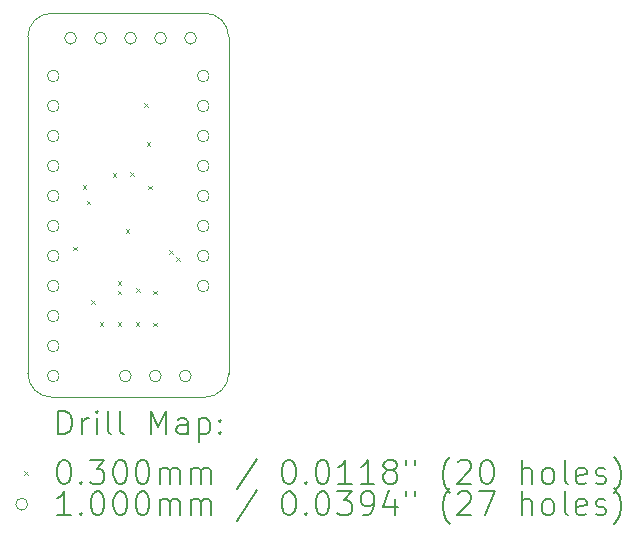
<source format=gbr>
%TF.GenerationSoftware,KiCad,Pcbnew,8.0.6*%
%TF.CreationDate,2024-11-24T13:17:59-08:00*%
%TF.ProjectId,pic32_breakout,70696333-325f-4627-9265-616b6f75742e,rev?*%
%TF.SameCoordinates,Original*%
%TF.FileFunction,Drillmap*%
%TF.FilePolarity,Positive*%
%FSLAX45Y45*%
G04 Gerber Fmt 4.5, Leading zero omitted, Abs format (unit mm)*
G04 Created by KiCad (PCBNEW 8.0.6) date 2024-11-24 13:17:59*
%MOMM*%
%LPD*%
G01*
G04 APERTURE LIST*
%ADD10C,0.050000*%
%ADD11C,0.200000*%
%ADD12C,0.100000*%
G04 APERTURE END LIST*
D10*
X11484980Y-7169760D02*
X11484980Y-10019760D01*
X9984980Y-6969760D02*
X11284980Y-6969760D01*
X9784980Y-10019760D02*
X9784980Y-7169760D01*
X11284980Y-10219760D02*
X9984980Y-10219760D01*
X9984980Y-10219760D02*
G75*
G02*
X9784980Y-10019760I0J200000D01*
G01*
X11484980Y-10019760D02*
G75*
G02*
X11284980Y-10219760I-200000J0D01*
G01*
X11284980Y-6969760D02*
G75*
G02*
X11484980Y-7169760I0J-200000D01*
G01*
X9784980Y-7169760D02*
G75*
G02*
X9984980Y-6969760I200000J0D01*
G01*
D11*
D12*
X10170400Y-8946120D02*
X10200400Y-8976120D01*
X10200400Y-8946120D02*
X10170400Y-8976120D01*
X10250085Y-8427015D02*
X10280085Y-8457015D01*
X10280085Y-8427015D02*
X10250085Y-8457015D01*
X10284700Y-8557500D02*
X10314700Y-8587500D01*
X10314700Y-8557500D02*
X10284700Y-8587500D01*
X10319300Y-9398757D02*
X10349300Y-9428757D01*
X10349300Y-9398757D02*
X10319300Y-9428757D01*
X10393920Y-9586200D02*
X10423920Y-9616200D01*
X10423920Y-9586200D02*
X10393920Y-9616200D01*
X10504927Y-8324573D02*
X10534927Y-8354573D01*
X10534927Y-8324573D02*
X10504927Y-8354573D01*
X10545050Y-9236950D02*
X10575050Y-9266950D01*
X10575050Y-9236950D02*
X10545050Y-9266950D01*
X10546320Y-9316960D02*
X10576320Y-9346960D01*
X10576320Y-9316960D02*
X10546320Y-9346960D01*
X10546320Y-9586200D02*
X10576320Y-9616200D01*
X10576320Y-9586200D02*
X10546320Y-9616200D01*
X10614900Y-8798800D02*
X10644900Y-8828800D01*
X10644900Y-8798800D02*
X10614900Y-8828800D01*
X10653000Y-8316200D02*
X10683000Y-8346200D01*
X10683000Y-8316200D02*
X10653000Y-8346200D01*
X10698720Y-9586200D02*
X10728720Y-9616200D01*
X10728720Y-9586200D02*
X10698720Y-9616200D01*
X10703800Y-9296640D02*
X10733800Y-9326640D01*
X10733800Y-9296640D02*
X10703800Y-9326640D01*
X10769840Y-7732000D02*
X10799840Y-7762000D01*
X10799840Y-7732000D02*
X10769840Y-7762000D01*
X10792700Y-8062200D02*
X10822700Y-8092200D01*
X10822700Y-8062200D02*
X10792700Y-8092200D01*
X10805400Y-8430500D02*
X10835400Y-8460500D01*
X10835400Y-8430500D02*
X10805400Y-8460500D01*
X10846040Y-9316960D02*
X10876040Y-9346960D01*
X10876040Y-9316960D02*
X10846040Y-9346960D01*
X10846040Y-9591280D02*
X10876040Y-9621280D01*
X10876040Y-9591280D02*
X10846040Y-9621280D01*
X10983200Y-8976600D02*
X11013200Y-9006600D01*
X11013200Y-8976600D02*
X10983200Y-9006600D01*
X11043200Y-9036122D02*
X11073200Y-9066122D01*
X11073200Y-9036122D02*
X11043200Y-9066122D01*
X10050000Y-7500000D02*
G75*
G02*
X9950000Y-7500000I-50000J0D01*
G01*
X9950000Y-7500000D02*
G75*
G02*
X10050000Y-7500000I50000J0D01*
G01*
X10050000Y-7754000D02*
G75*
G02*
X9950000Y-7754000I-50000J0D01*
G01*
X9950000Y-7754000D02*
G75*
G02*
X10050000Y-7754000I50000J0D01*
G01*
X10050000Y-8008000D02*
G75*
G02*
X9950000Y-8008000I-50000J0D01*
G01*
X9950000Y-8008000D02*
G75*
G02*
X10050000Y-8008000I50000J0D01*
G01*
X10050000Y-8262000D02*
G75*
G02*
X9950000Y-8262000I-50000J0D01*
G01*
X9950000Y-8262000D02*
G75*
G02*
X10050000Y-8262000I50000J0D01*
G01*
X10050000Y-8516000D02*
G75*
G02*
X9950000Y-8516000I-50000J0D01*
G01*
X9950000Y-8516000D02*
G75*
G02*
X10050000Y-8516000I50000J0D01*
G01*
X10050000Y-8770000D02*
G75*
G02*
X9950000Y-8770000I-50000J0D01*
G01*
X9950000Y-8770000D02*
G75*
G02*
X10050000Y-8770000I50000J0D01*
G01*
X10050000Y-9024000D02*
G75*
G02*
X9950000Y-9024000I-50000J0D01*
G01*
X9950000Y-9024000D02*
G75*
G02*
X10050000Y-9024000I50000J0D01*
G01*
X10050000Y-9278000D02*
G75*
G02*
X9950000Y-9278000I-50000J0D01*
G01*
X9950000Y-9278000D02*
G75*
G02*
X10050000Y-9278000I50000J0D01*
G01*
X10050000Y-9532000D02*
G75*
G02*
X9950000Y-9532000I-50000J0D01*
G01*
X9950000Y-9532000D02*
G75*
G02*
X10050000Y-9532000I50000J0D01*
G01*
X10050000Y-9786000D02*
G75*
G02*
X9950000Y-9786000I-50000J0D01*
G01*
X9950000Y-9786000D02*
G75*
G02*
X10050000Y-9786000I50000J0D01*
G01*
X10050000Y-10040000D02*
G75*
G02*
X9950000Y-10040000I-50000J0D01*
G01*
X9950000Y-10040000D02*
G75*
G02*
X10050000Y-10040000I50000J0D01*
G01*
X10196000Y-7180000D02*
G75*
G02*
X10096000Y-7180000I-50000J0D01*
G01*
X10096000Y-7180000D02*
G75*
G02*
X10196000Y-7180000I50000J0D01*
G01*
X10450000Y-7180000D02*
G75*
G02*
X10350000Y-7180000I-50000J0D01*
G01*
X10350000Y-7180000D02*
G75*
G02*
X10450000Y-7180000I50000J0D01*
G01*
X10660000Y-10040000D02*
G75*
G02*
X10560000Y-10040000I-50000J0D01*
G01*
X10560000Y-10040000D02*
G75*
G02*
X10660000Y-10040000I50000J0D01*
G01*
X10704000Y-7180000D02*
G75*
G02*
X10604000Y-7180000I-50000J0D01*
G01*
X10604000Y-7180000D02*
G75*
G02*
X10704000Y-7180000I50000J0D01*
G01*
X10914000Y-10040000D02*
G75*
G02*
X10814000Y-10040000I-50000J0D01*
G01*
X10814000Y-10040000D02*
G75*
G02*
X10914000Y-10040000I50000J0D01*
G01*
X10958000Y-7180000D02*
G75*
G02*
X10858000Y-7180000I-50000J0D01*
G01*
X10858000Y-7180000D02*
G75*
G02*
X10958000Y-7180000I50000J0D01*
G01*
X11168000Y-10040000D02*
G75*
G02*
X11068000Y-10040000I-50000J0D01*
G01*
X11068000Y-10040000D02*
G75*
G02*
X11168000Y-10040000I50000J0D01*
G01*
X11212000Y-7180000D02*
G75*
G02*
X11112000Y-7180000I-50000J0D01*
G01*
X11112000Y-7180000D02*
G75*
G02*
X11212000Y-7180000I50000J0D01*
G01*
X11320000Y-7500000D02*
G75*
G02*
X11220000Y-7500000I-50000J0D01*
G01*
X11220000Y-7500000D02*
G75*
G02*
X11320000Y-7500000I50000J0D01*
G01*
X11320000Y-7754000D02*
G75*
G02*
X11220000Y-7754000I-50000J0D01*
G01*
X11220000Y-7754000D02*
G75*
G02*
X11320000Y-7754000I50000J0D01*
G01*
X11320000Y-8008000D02*
G75*
G02*
X11220000Y-8008000I-50000J0D01*
G01*
X11220000Y-8008000D02*
G75*
G02*
X11320000Y-8008000I50000J0D01*
G01*
X11320000Y-8262000D02*
G75*
G02*
X11220000Y-8262000I-50000J0D01*
G01*
X11220000Y-8262000D02*
G75*
G02*
X11320000Y-8262000I50000J0D01*
G01*
X11320000Y-8516000D02*
G75*
G02*
X11220000Y-8516000I-50000J0D01*
G01*
X11220000Y-8516000D02*
G75*
G02*
X11320000Y-8516000I50000J0D01*
G01*
X11320000Y-8770000D02*
G75*
G02*
X11220000Y-8770000I-50000J0D01*
G01*
X11220000Y-8770000D02*
G75*
G02*
X11320000Y-8770000I50000J0D01*
G01*
X11320000Y-9024000D02*
G75*
G02*
X11220000Y-9024000I-50000J0D01*
G01*
X11220000Y-9024000D02*
G75*
G02*
X11320000Y-9024000I50000J0D01*
G01*
X11320000Y-9278000D02*
G75*
G02*
X11220000Y-9278000I-50000J0D01*
G01*
X11220000Y-9278000D02*
G75*
G02*
X11320000Y-9278000I50000J0D01*
G01*
D11*
X10043257Y-10533744D02*
X10043257Y-10333744D01*
X10043257Y-10333744D02*
X10090876Y-10333744D01*
X10090876Y-10333744D02*
X10119447Y-10343268D01*
X10119447Y-10343268D02*
X10138495Y-10362315D01*
X10138495Y-10362315D02*
X10148019Y-10381363D01*
X10148019Y-10381363D02*
X10157543Y-10419458D01*
X10157543Y-10419458D02*
X10157543Y-10448030D01*
X10157543Y-10448030D02*
X10148019Y-10486125D01*
X10148019Y-10486125D02*
X10138495Y-10505172D01*
X10138495Y-10505172D02*
X10119447Y-10524220D01*
X10119447Y-10524220D02*
X10090876Y-10533744D01*
X10090876Y-10533744D02*
X10043257Y-10533744D01*
X10243257Y-10533744D02*
X10243257Y-10400410D01*
X10243257Y-10438506D02*
X10252781Y-10419458D01*
X10252781Y-10419458D02*
X10262304Y-10409934D01*
X10262304Y-10409934D02*
X10281352Y-10400410D01*
X10281352Y-10400410D02*
X10300400Y-10400410D01*
X10367066Y-10533744D02*
X10367066Y-10400410D01*
X10367066Y-10333744D02*
X10357543Y-10343268D01*
X10357543Y-10343268D02*
X10367066Y-10352791D01*
X10367066Y-10352791D02*
X10376590Y-10343268D01*
X10376590Y-10343268D02*
X10367066Y-10333744D01*
X10367066Y-10333744D02*
X10367066Y-10352791D01*
X10490876Y-10533744D02*
X10471828Y-10524220D01*
X10471828Y-10524220D02*
X10462304Y-10505172D01*
X10462304Y-10505172D02*
X10462304Y-10333744D01*
X10595638Y-10533744D02*
X10576590Y-10524220D01*
X10576590Y-10524220D02*
X10567066Y-10505172D01*
X10567066Y-10505172D02*
X10567066Y-10333744D01*
X10824209Y-10533744D02*
X10824209Y-10333744D01*
X10824209Y-10333744D02*
X10890876Y-10476601D01*
X10890876Y-10476601D02*
X10957543Y-10333744D01*
X10957543Y-10333744D02*
X10957543Y-10533744D01*
X11138495Y-10533744D02*
X11138495Y-10428982D01*
X11138495Y-10428982D02*
X11128971Y-10409934D01*
X11128971Y-10409934D02*
X11109924Y-10400410D01*
X11109924Y-10400410D02*
X11071828Y-10400410D01*
X11071828Y-10400410D02*
X11052781Y-10409934D01*
X11138495Y-10524220D02*
X11119447Y-10533744D01*
X11119447Y-10533744D02*
X11071828Y-10533744D01*
X11071828Y-10533744D02*
X11052781Y-10524220D01*
X11052781Y-10524220D02*
X11043257Y-10505172D01*
X11043257Y-10505172D02*
X11043257Y-10486125D01*
X11043257Y-10486125D02*
X11052781Y-10467077D01*
X11052781Y-10467077D02*
X11071828Y-10457553D01*
X11071828Y-10457553D02*
X11119447Y-10457553D01*
X11119447Y-10457553D02*
X11138495Y-10448030D01*
X11233733Y-10400410D02*
X11233733Y-10600410D01*
X11233733Y-10409934D02*
X11252781Y-10400410D01*
X11252781Y-10400410D02*
X11290876Y-10400410D01*
X11290876Y-10400410D02*
X11309923Y-10409934D01*
X11309923Y-10409934D02*
X11319447Y-10419458D01*
X11319447Y-10419458D02*
X11328971Y-10438506D01*
X11328971Y-10438506D02*
X11328971Y-10495649D01*
X11328971Y-10495649D02*
X11319447Y-10514696D01*
X11319447Y-10514696D02*
X11309923Y-10524220D01*
X11309923Y-10524220D02*
X11290876Y-10533744D01*
X11290876Y-10533744D02*
X11252781Y-10533744D01*
X11252781Y-10533744D02*
X11233733Y-10524220D01*
X11414685Y-10514696D02*
X11424209Y-10524220D01*
X11424209Y-10524220D02*
X11414685Y-10533744D01*
X11414685Y-10533744D02*
X11405162Y-10524220D01*
X11405162Y-10524220D02*
X11414685Y-10514696D01*
X11414685Y-10514696D02*
X11414685Y-10533744D01*
X11414685Y-10409934D02*
X11424209Y-10419458D01*
X11424209Y-10419458D02*
X11414685Y-10428982D01*
X11414685Y-10428982D02*
X11405162Y-10419458D01*
X11405162Y-10419458D02*
X11414685Y-10409934D01*
X11414685Y-10409934D02*
X11414685Y-10428982D01*
D12*
X9752480Y-10847260D02*
X9782480Y-10877260D01*
X9782480Y-10847260D02*
X9752480Y-10877260D01*
D11*
X10081352Y-10753744D02*
X10100400Y-10753744D01*
X10100400Y-10753744D02*
X10119447Y-10763268D01*
X10119447Y-10763268D02*
X10128971Y-10772791D01*
X10128971Y-10772791D02*
X10138495Y-10791839D01*
X10138495Y-10791839D02*
X10148019Y-10829934D01*
X10148019Y-10829934D02*
X10148019Y-10877553D01*
X10148019Y-10877553D02*
X10138495Y-10915649D01*
X10138495Y-10915649D02*
X10128971Y-10934696D01*
X10128971Y-10934696D02*
X10119447Y-10944220D01*
X10119447Y-10944220D02*
X10100400Y-10953744D01*
X10100400Y-10953744D02*
X10081352Y-10953744D01*
X10081352Y-10953744D02*
X10062304Y-10944220D01*
X10062304Y-10944220D02*
X10052781Y-10934696D01*
X10052781Y-10934696D02*
X10043257Y-10915649D01*
X10043257Y-10915649D02*
X10033733Y-10877553D01*
X10033733Y-10877553D02*
X10033733Y-10829934D01*
X10033733Y-10829934D02*
X10043257Y-10791839D01*
X10043257Y-10791839D02*
X10052781Y-10772791D01*
X10052781Y-10772791D02*
X10062304Y-10763268D01*
X10062304Y-10763268D02*
X10081352Y-10753744D01*
X10233733Y-10934696D02*
X10243257Y-10944220D01*
X10243257Y-10944220D02*
X10233733Y-10953744D01*
X10233733Y-10953744D02*
X10224209Y-10944220D01*
X10224209Y-10944220D02*
X10233733Y-10934696D01*
X10233733Y-10934696D02*
X10233733Y-10953744D01*
X10309924Y-10753744D02*
X10433733Y-10753744D01*
X10433733Y-10753744D02*
X10367066Y-10829934D01*
X10367066Y-10829934D02*
X10395638Y-10829934D01*
X10395638Y-10829934D02*
X10414685Y-10839458D01*
X10414685Y-10839458D02*
X10424209Y-10848982D01*
X10424209Y-10848982D02*
X10433733Y-10868030D01*
X10433733Y-10868030D02*
X10433733Y-10915649D01*
X10433733Y-10915649D02*
X10424209Y-10934696D01*
X10424209Y-10934696D02*
X10414685Y-10944220D01*
X10414685Y-10944220D02*
X10395638Y-10953744D01*
X10395638Y-10953744D02*
X10338495Y-10953744D01*
X10338495Y-10953744D02*
X10319447Y-10944220D01*
X10319447Y-10944220D02*
X10309924Y-10934696D01*
X10557543Y-10753744D02*
X10576590Y-10753744D01*
X10576590Y-10753744D02*
X10595638Y-10763268D01*
X10595638Y-10763268D02*
X10605162Y-10772791D01*
X10605162Y-10772791D02*
X10614685Y-10791839D01*
X10614685Y-10791839D02*
X10624209Y-10829934D01*
X10624209Y-10829934D02*
X10624209Y-10877553D01*
X10624209Y-10877553D02*
X10614685Y-10915649D01*
X10614685Y-10915649D02*
X10605162Y-10934696D01*
X10605162Y-10934696D02*
X10595638Y-10944220D01*
X10595638Y-10944220D02*
X10576590Y-10953744D01*
X10576590Y-10953744D02*
X10557543Y-10953744D01*
X10557543Y-10953744D02*
X10538495Y-10944220D01*
X10538495Y-10944220D02*
X10528971Y-10934696D01*
X10528971Y-10934696D02*
X10519447Y-10915649D01*
X10519447Y-10915649D02*
X10509924Y-10877553D01*
X10509924Y-10877553D02*
X10509924Y-10829934D01*
X10509924Y-10829934D02*
X10519447Y-10791839D01*
X10519447Y-10791839D02*
X10528971Y-10772791D01*
X10528971Y-10772791D02*
X10538495Y-10763268D01*
X10538495Y-10763268D02*
X10557543Y-10753744D01*
X10748019Y-10753744D02*
X10767066Y-10753744D01*
X10767066Y-10753744D02*
X10786114Y-10763268D01*
X10786114Y-10763268D02*
X10795638Y-10772791D01*
X10795638Y-10772791D02*
X10805162Y-10791839D01*
X10805162Y-10791839D02*
X10814685Y-10829934D01*
X10814685Y-10829934D02*
X10814685Y-10877553D01*
X10814685Y-10877553D02*
X10805162Y-10915649D01*
X10805162Y-10915649D02*
X10795638Y-10934696D01*
X10795638Y-10934696D02*
X10786114Y-10944220D01*
X10786114Y-10944220D02*
X10767066Y-10953744D01*
X10767066Y-10953744D02*
X10748019Y-10953744D01*
X10748019Y-10953744D02*
X10728971Y-10944220D01*
X10728971Y-10944220D02*
X10719447Y-10934696D01*
X10719447Y-10934696D02*
X10709924Y-10915649D01*
X10709924Y-10915649D02*
X10700400Y-10877553D01*
X10700400Y-10877553D02*
X10700400Y-10829934D01*
X10700400Y-10829934D02*
X10709924Y-10791839D01*
X10709924Y-10791839D02*
X10719447Y-10772791D01*
X10719447Y-10772791D02*
X10728971Y-10763268D01*
X10728971Y-10763268D02*
X10748019Y-10753744D01*
X10900400Y-10953744D02*
X10900400Y-10820410D01*
X10900400Y-10839458D02*
X10909924Y-10829934D01*
X10909924Y-10829934D02*
X10928971Y-10820410D01*
X10928971Y-10820410D02*
X10957543Y-10820410D01*
X10957543Y-10820410D02*
X10976590Y-10829934D01*
X10976590Y-10829934D02*
X10986114Y-10848982D01*
X10986114Y-10848982D02*
X10986114Y-10953744D01*
X10986114Y-10848982D02*
X10995638Y-10829934D01*
X10995638Y-10829934D02*
X11014685Y-10820410D01*
X11014685Y-10820410D02*
X11043257Y-10820410D01*
X11043257Y-10820410D02*
X11062305Y-10829934D01*
X11062305Y-10829934D02*
X11071828Y-10848982D01*
X11071828Y-10848982D02*
X11071828Y-10953744D01*
X11167066Y-10953744D02*
X11167066Y-10820410D01*
X11167066Y-10839458D02*
X11176590Y-10829934D01*
X11176590Y-10829934D02*
X11195638Y-10820410D01*
X11195638Y-10820410D02*
X11224209Y-10820410D01*
X11224209Y-10820410D02*
X11243257Y-10829934D01*
X11243257Y-10829934D02*
X11252781Y-10848982D01*
X11252781Y-10848982D02*
X11252781Y-10953744D01*
X11252781Y-10848982D02*
X11262304Y-10829934D01*
X11262304Y-10829934D02*
X11281352Y-10820410D01*
X11281352Y-10820410D02*
X11309923Y-10820410D01*
X11309923Y-10820410D02*
X11328971Y-10829934D01*
X11328971Y-10829934D02*
X11338495Y-10848982D01*
X11338495Y-10848982D02*
X11338495Y-10953744D01*
X11728971Y-10744220D02*
X11557543Y-11001363D01*
X11986114Y-10753744D02*
X12005162Y-10753744D01*
X12005162Y-10753744D02*
X12024209Y-10763268D01*
X12024209Y-10763268D02*
X12033733Y-10772791D01*
X12033733Y-10772791D02*
X12043257Y-10791839D01*
X12043257Y-10791839D02*
X12052781Y-10829934D01*
X12052781Y-10829934D02*
X12052781Y-10877553D01*
X12052781Y-10877553D02*
X12043257Y-10915649D01*
X12043257Y-10915649D02*
X12033733Y-10934696D01*
X12033733Y-10934696D02*
X12024209Y-10944220D01*
X12024209Y-10944220D02*
X12005162Y-10953744D01*
X12005162Y-10953744D02*
X11986114Y-10953744D01*
X11986114Y-10953744D02*
X11967066Y-10944220D01*
X11967066Y-10944220D02*
X11957543Y-10934696D01*
X11957543Y-10934696D02*
X11948019Y-10915649D01*
X11948019Y-10915649D02*
X11938495Y-10877553D01*
X11938495Y-10877553D02*
X11938495Y-10829934D01*
X11938495Y-10829934D02*
X11948019Y-10791839D01*
X11948019Y-10791839D02*
X11957543Y-10772791D01*
X11957543Y-10772791D02*
X11967066Y-10763268D01*
X11967066Y-10763268D02*
X11986114Y-10753744D01*
X12138495Y-10934696D02*
X12148019Y-10944220D01*
X12148019Y-10944220D02*
X12138495Y-10953744D01*
X12138495Y-10953744D02*
X12128971Y-10944220D01*
X12128971Y-10944220D02*
X12138495Y-10934696D01*
X12138495Y-10934696D02*
X12138495Y-10953744D01*
X12271828Y-10753744D02*
X12290876Y-10753744D01*
X12290876Y-10753744D02*
X12309924Y-10763268D01*
X12309924Y-10763268D02*
X12319447Y-10772791D01*
X12319447Y-10772791D02*
X12328971Y-10791839D01*
X12328971Y-10791839D02*
X12338495Y-10829934D01*
X12338495Y-10829934D02*
X12338495Y-10877553D01*
X12338495Y-10877553D02*
X12328971Y-10915649D01*
X12328971Y-10915649D02*
X12319447Y-10934696D01*
X12319447Y-10934696D02*
X12309924Y-10944220D01*
X12309924Y-10944220D02*
X12290876Y-10953744D01*
X12290876Y-10953744D02*
X12271828Y-10953744D01*
X12271828Y-10953744D02*
X12252781Y-10944220D01*
X12252781Y-10944220D02*
X12243257Y-10934696D01*
X12243257Y-10934696D02*
X12233733Y-10915649D01*
X12233733Y-10915649D02*
X12224209Y-10877553D01*
X12224209Y-10877553D02*
X12224209Y-10829934D01*
X12224209Y-10829934D02*
X12233733Y-10791839D01*
X12233733Y-10791839D02*
X12243257Y-10772791D01*
X12243257Y-10772791D02*
X12252781Y-10763268D01*
X12252781Y-10763268D02*
X12271828Y-10753744D01*
X12528971Y-10953744D02*
X12414686Y-10953744D01*
X12471828Y-10953744D02*
X12471828Y-10753744D01*
X12471828Y-10753744D02*
X12452781Y-10782315D01*
X12452781Y-10782315D02*
X12433733Y-10801363D01*
X12433733Y-10801363D02*
X12414686Y-10810887D01*
X12719447Y-10953744D02*
X12605162Y-10953744D01*
X12662305Y-10953744D02*
X12662305Y-10753744D01*
X12662305Y-10753744D02*
X12643257Y-10782315D01*
X12643257Y-10782315D02*
X12624209Y-10801363D01*
X12624209Y-10801363D02*
X12605162Y-10810887D01*
X12833733Y-10839458D02*
X12814686Y-10829934D01*
X12814686Y-10829934D02*
X12805162Y-10820410D01*
X12805162Y-10820410D02*
X12795638Y-10801363D01*
X12795638Y-10801363D02*
X12795638Y-10791839D01*
X12795638Y-10791839D02*
X12805162Y-10772791D01*
X12805162Y-10772791D02*
X12814686Y-10763268D01*
X12814686Y-10763268D02*
X12833733Y-10753744D01*
X12833733Y-10753744D02*
X12871828Y-10753744D01*
X12871828Y-10753744D02*
X12890876Y-10763268D01*
X12890876Y-10763268D02*
X12900400Y-10772791D01*
X12900400Y-10772791D02*
X12909924Y-10791839D01*
X12909924Y-10791839D02*
X12909924Y-10801363D01*
X12909924Y-10801363D02*
X12900400Y-10820410D01*
X12900400Y-10820410D02*
X12890876Y-10829934D01*
X12890876Y-10829934D02*
X12871828Y-10839458D01*
X12871828Y-10839458D02*
X12833733Y-10839458D01*
X12833733Y-10839458D02*
X12814686Y-10848982D01*
X12814686Y-10848982D02*
X12805162Y-10858506D01*
X12805162Y-10858506D02*
X12795638Y-10877553D01*
X12795638Y-10877553D02*
X12795638Y-10915649D01*
X12795638Y-10915649D02*
X12805162Y-10934696D01*
X12805162Y-10934696D02*
X12814686Y-10944220D01*
X12814686Y-10944220D02*
X12833733Y-10953744D01*
X12833733Y-10953744D02*
X12871828Y-10953744D01*
X12871828Y-10953744D02*
X12890876Y-10944220D01*
X12890876Y-10944220D02*
X12900400Y-10934696D01*
X12900400Y-10934696D02*
X12909924Y-10915649D01*
X12909924Y-10915649D02*
X12909924Y-10877553D01*
X12909924Y-10877553D02*
X12900400Y-10858506D01*
X12900400Y-10858506D02*
X12890876Y-10848982D01*
X12890876Y-10848982D02*
X12871828Y-10839458D01*
X12986114Y-10753744D02*
X12986114Y-10791839D01*
X13062305Y-10753744D02*
X13062305Y-10791839D01*
X13357543Y-11029934D02*
X13348019Y-11020410D01*
X13348019Y-11020410D02*
X13328971Y-10991839D01*
X13328971Y-10991839D02*
X13319448Y-10972791D01*
X13319448Y-10972791D02*
X13309924Y-10944220D01*
X13309924Y-10944220D02*
X13300400Y-10896601D01*
X13300400Y-10896601D02*
X13300400Y-10858506D01*
X13300400Y-10858506D02*
X13309924Y-10810887D01*
X13309924Y-10810887D02*
X13319448Y-10782315D01*
X13319448Y-10782315D02*
X13328971Y-10763268D01*
X13328971Y-10763268D02*
X13348019Y-10734696D01*
X13348019Y-10734696D02*
X13357543Y-10725172D01*
X13424209Y-10772791D02*
X13433733Y-10763268D01*
X13433733Y-10763268D02*
X13452781Y-10753744D01*
X13452781Y-10753744D02*
X13500400Y-10753744D01*
X13500400Y-10753744D02*
X13519448Y-10763268D01*
X13519448Y-10763268D02*
X13528971Y-10772791D01*
X13528971Y-10772791D02*
X13538495Y-10791839D01*
X13538495Y-10791839D02*
X13538495Y-10810887D01*
X13538495Y-10810887D02*
X13528971Y-10839458D01*
X13528971Y-10839458D02*
X13414686Y-10953744D01*
X13414686Y-10953744D02*
X13538495Y-10953744D01*
X13662305Y-10753744D02*
X13681352Y-10753744D01*
X13681352Y-10753744D02*
X13700400Y-10763268D01*
X13700400Y-10763268D02*
X13709924Y-10772791D01*
X13709924Y-10772791D02*
X13719448Y-10791839D01*
X13719448Y-10791839D02*
X13728971Y-10829934D01*
X13728971Y-10829934D02*
X13728971Y-10877553D01*
X13728971Y-10877553D02*
X13719448Y-10915649D01*
X13719448Y-10915649D02*
X13709924Y-10934696D01*
X13709924Y-10934696D02*
X13700400Y-10944220D01*
X13700400Y-10944220D02*
X13681352Y-10953744D01*
X13681352Y-10953744D02*
X13662305Y-10953744D01*
X13662305Y-10953744D02*
X13643257Y-10944220D01*
X13643257Y-10944220D02*
X13633733Y-10934696D01*
X13633733Y-10934696D02*
X13624209Y-10915649D01*
X13624209Y-10915649D02*
X13614686Y-10877553D01*
X13614686Y-10877553D02*
X13614686Y-10829934D01*
X13614686Y-10829934D02*
X13624209Y-10791839D01*
X13624209Y-10791839D02*
X13633733Y-10772791D01*
X13633733Y-10772791D02*
X13643257Y-10763268D01*
X13643257Y-10763268D02*
X13662305Y-10753744D01*
X13967067Y-10953744D02*
X13967067Y-10753744D01*
X14052781Y-10953744D02*
X14052781Y-10848982D01*
X14052781Y-10848982D02*
X14043257Y-10829934D01*
X14043257Y-10829934D02*
X14024210Y-10820410D01*
X14024210Y-10820410D02*
X13995638Y-10820410D01*
X13995638Y-10820410D02*
X13976590Y-10829934D01*
X13976590Y-10829934D02*
X13967067Y-10839458D01*
X14176590Y-10953744D02*
X14157543Y-10944220D01*
X14157543Y-10944220D02*
X14148019Y-10934696D01*
X14148019Y-10934696D02*
X14138495Y-10915649D01*
X14138495Y-10915649D02*
X14138495Y-10858506D01*
X14138495Y-10858506D02*
X14148019Y-10839458D01*
X14148019Y-10839458D02*
X14157543Y-10829934D01*
X14157543Y-10829934D02*
X14176590Y-10820410D01*
X14176590Y-10820410D02*
X14205162Y-10820410D01*
X14205162Y-10820410D02*
X14224210Y-10829934D01*
X14224210Y-10829934D02*
X14233733Y-10839458D01*
X14233733Y-10839458D02*
X14243257Y-10858506D01*
X14243257Y-10858506D02*
X14243257Y-10915649D01*
X14243257Y-10915649D02*
X14233733Y-10934696D01*
X14233733Y-10934696D02*
X14224210Y-10944220D01*
X14224210Y-10944220D02*
X14205162Y-10953744D01*
X14205162Y-10953744D02*
X14176590Y-10953744D01*
X14357543Y-10953744D02*
X14338495Y-10944220D01*
X14338495Y-10944220D02*
X14328971Y-10925172D01*
X14328971Y-10925172D02*
X14328971Y-10753744D01*
X14509924Y-10944220D02*
X14490876Y-10953744D01*
X14490876Y-10953744D02*
X14452781Y-10953744D01*
X14452781Y-10953744D02*
X14433733Y-10944220D01*
X14433733Y-10944220D02*
X14424210Y-10925172D01*
X14424210Y-10925172D02*
X14424210Y-10848982D01*
X14424210Y-10848982D02*
X14433733Y-10829934D01*
X14433733Y-10829934D02*
X14452781Y-10820410D01*
X14452781Y-10820410D02*
X14490876Y-10820410D01*
X14490876Y-10820410D02*
X14509924Y-10829934D01*
X14509924Y-10829934D02*
X14519448Y-10848982D01*
X14519448Y-10848982D02*
X14519448Y-10868030D01*
X14519448Y-10868030D02*
X14424210Y-10887077D01*
X14595638Y-10944220D02*
X14614686Y-10953744D01*
X14614686Y-10953744D02*
X14652781Y-10953744D01*
X14652781Y-10953744D02*
X14671829Y-10944220D01*
X14671829Y-10944220D02*
X14681352Y-10925172D01*
X14681352Y-10925172D02*
X14681352Y-10915649D01*
X14681352Y-10915649D02*
X14671829Y-10896601D01*
X14671829Y-10896601D02*
X14652781Y-10887077D01*
X14652781Y-10887077D02*
X14624210Y-10887077D01*
X14624210Y-10887077D02*
X14605162Y-10877553D01*
X14605162Y-10877553D02*
X14595638Y-10858506D01*
X14595638Y-10858506D02*
X14595638Y-10848982D01*
X14595638Y-10848982D02*
X14605162Y-10829934D01*
X14605162Y-10829934D02*
X14624210Y-10820410D01*
X14624210Y-10820410D02*
X14652781Y-10820410D01*
X14652781Y-10820410D02*
X14671829Y-10829934D01*
X14748019Y-11029934D02*
X14757543Y-11020410D01*
X14757543Y-11020410D02*
X14776591Y-10991839D01*
X14776591Y-10991839D02*
X14786114Y-10972791D01*
X14786114Y-10972791D02*
X14795638Y-10944220D01*
X14795638Y-10944220D02*
X14805162Y-10896601D01*
X14805162Y-10896601D02*
X14805162Y-10858506D01*
X14805162Y-10858506D02*
X14795638Y-10810887D01*
X14795638Y-10810887D02*
X14786114Y-10782315D01*
X14786114Y-10782315D02*
X14776591Y-10763268D01*
X14776591Y-10763268D02*
X14757543Y-10734696D01*
X14757543Y-10734696D02*
X14748019Y-10725172D01*
D12*
X9782480Y-11126260D02*
G75*
G02*
X9682480Y-11126260I-50000J0D01*
G01*
X9682480Y-11126260D02*
G75*
G02*
X9782480Y-11126260I50000J0D01*
G01*
D11*
X10148019Y-11217744D02*
X10033733Y-11217744D01*
X10090876Y-11217744D02*
X10090876Y-11017744D01*
X10090876Y-11017744D02*
X10071828Y-11046315D01*
X10071828Y-11046315D02*
X10052781Y-11065363D01*
X10052781Y-11065363D02*
X10033733Y-11074887D01*
X10233733Y-11198696D02*
X10243257Y-11208220D01*
X10243257Y-11208220D02*
X10233733Y-11217744D01*
X10233733Y-11217744D02*
X10224209Y-11208220D01*
X10224209Y-11208220D02*
X10233733Y-11198696D01*
X10233733Y-11198696D02*
X10233733Y-11217744D01*
X10367066Y-11017744D02*
X10386114Y-11017744D01*
X10386114Y-11017744D02*
X10405162Y-11027268D01*
X10405162Y-11027268D02*
X10414685Y-11036791D01*
X10414685Y-11036791D02*
X10424209Y-11055839D01*
X10424209Y-11055839D02*
X10433733Y-11093934D01*
X10433733Y-11093934D02*
X10433733Y-11141553D01*
X10433733Y-11141553D02*
X10424209Y-11179649D01*
X10424209Y-11179649D02*
X10414685Y-11198696D01*
X10414685Y-11198696D02*
X10405162Y-11208220D01*
X10405162Y-11208220D02*
X10386114Y-11217744D01*
X10386114Y-11217744D02*
X10367066Y-11217744D01*
X10367066Y-11217744D02*
X10348019Y-11208220D01*
X10348019Y-11208220D02*
X10338495Y-11198696D01*
X10338495Y-11198696D02*
X10328971Y-11179649D01*
X10328971Y-11179649D02*
X10319447Y-11141553D01*
X10319447Y-11141553D02*
X10319447Y-11093934D01*
X10319447Y-11093934D02*
X10328971Y-11055839D01*
X10328971Y-11055839D02*
X10338495Y-11036791D01*
X10338495Y-11036791D02*
X10348019Y-11027268D01*
X10348019Y-11027268D02*
X10367066Y-11017744D01*
X10557543Y-11017744D02*
X10576590Y-11017744D01*
X10576590Y-11017744D02*
X10595638Y-11027268D01*
X10595638Y-11027268D02*
X10605162Y-11036791D01*
X10605162Y-11036791D02*
X10614685Y-11055839D01*
X10614685Y-11055839D02*
X10624209Y-11093934D01*
X10624209Y-11093934D02*
X10624209Y-11141553D01*
X10624209Y-11141553D02*
X10614685Y-11179649D01*
X10614685Y-11179649D02*
X10605162Y-11198696D01*
X10605162Y-11198696D02*
X10595638Y-11208220D01*
X10595638Y-11208220D02*
X10576590Y-11217744D01*
X10576590Y-11217744D02*
X10557543Y-11217744D01*
X10557543Y-11217744D02*
X10538495Y-11208220D01*
X10538495Y-11208220D02*
X10528971Y-11198696D01*
X10528971Y-11198696D02*
X10519447Y-11179649D01*
X10519447Y-11179649D02*
X10509924Y-11141553D01*
X10509924Y-11141553D02*
X10509924Y-11093934D01*
X10509924Y-11093934D02*
X10519447Y-11055839D01*
X10519447Y-11055839D02*
X10528971Y-11036791D01*
X10528971Y-11036791D02*
X10538495Y-11027268D01*
X10538495Y-11027268D02*
X10557543Y-11017744D01*
X10748019Y-11017744D02*
X10767066Y-11017744D01*
X10767066Y-11017744D02*
X10786114Y-11027268D01*
X10786114Y-11027268D02*
X10795638Y-11036791D01*
X10795638Y-11036791D02*
X10805162Y-11055839D01*
X10805162Y-11055839D02*
X10814685Y-11093934D01*
X10814685Y-11093934D02*
X10814685Y-11141553D01*
X10814685Y-11141553D02*
X10805162Y-11179649D01*
X10805162Y-11179649D02*
X10795638Y-11198696D01*
X10795638Y-11198696D02*
X10786114Y-11208220D01*
X10786114Y-11208220D02*
X10767066Y-11217744D01*
X10767066Y-11217744D02*
X10748019Y-11217744D01*
X10748019Y-11217744D02*
X10728971Y-11208220D01*
X10728971Y-11208220D02*
X10719447Y-11198696D01*
X10719447Y-11198696D02*
X10709924Y-11179649D01*
X10709924Y-11179649D02*
X10700400Y-11141553D01*
X10700400Y-11141553D02*
X10700400Y-11093934D01*
X10700400Y-11093934D02*
X10709924Y-11055839D01*
X10709924Y-11055839D02*
X10719447Y-11036791D01*
X10719447Y-11036791D02*
X10728971Y-11027268D01*
X10728971Y-11027268D02*
X10748019Y-11017744D01*
X10900400Y-11217744D02*
X10900400Y-11084410D01*
X10900400Y-11103458D02*
X10909924Y-11093934D01*
X10909924Y-11093934D02*
X10928971Y-11084410D01*
X10928971Y-11084410D02*
X10957543Y-11084410D01*
X10957543Y-11084410D02*
X10976590Y-11093934D01*
X10976590Y-11093934D02*
X10986114Y-11112982D01*
X10986114Y-11112982D02*
X10986114Y-11217744D01*
X10986114Y-11112982D02*
X10995638Y-11093934D01*
X10995638Y-11093934D02*
X11014685Y-11084410D01*
X11014685Y-11084410D02*
X11043257Y-11084410D01*
X11043257Y-11084410D02*
X11062305Y-11093934D01*
X11062305Y-11093934D02*
X11071828Y-11112982D01*
X11071828Y-11112982D02*
X11071828Y-11217744D01*
X11167066Y-11217744D02*
X11167066Y-11084410D01*
X11167066Y-11103458D02*
X11176590Y-11093934D01*
X11176590Y-11093934D02*
X11195638Y-11084410D01*
X11195638Y-11084410D02*
X11224209Y-11084410D01*
X11224209Y-11084410D02*
X11243257Y-11093934D01*
X11243257Y-11093934D02*
X11252781Y-11112982D01*
X11252781Y-11112982D02*
X11252781Y-11217744D01*
X11252781Y-11112982D02*
X11262304Y-11093934D01*
X11262304Y-11093934D02*
X11281352Y-11084410D01*
X11281352Y-11084410D02*
X11309923Y-11084410D01*
X11309923Y-11084410D02*
X11328971Y-11093934D01*
X11328971Y-11093934D02*
X11338495Y-11112982D01*
X11338495Y-11112982D02*
X11338495Y-11217744D01*
X11728971Y-11008220D02*
X11557543Y-11265363D01*
X11986114Y-11017744D02*
X12005162Y-11017744D01*
X12005162Y-11017744D02*
X12024209Y-11027268D01*
X12024209Y-11027268D02*
X12033733Y-11036791D01*
X12033733Y-11036791D02*
X12043257Y-11055839D01*
X12043257Y-11055839D02*
X12052781Y-11093934D01*
X12052781Y-11093934D02*
X12052781Y-11141553D01*
X12052781Y-11141553D02*
X12043257Y-11179649D01*
X12043257Y-11179649D02*
X12033733Y-11198696D01*
X12033733Y-11198696D02*
X12024209Y-11208220D01*
X12024209Y-11208220D02*
X12005162Y-11217744D01*
X12005162Y-11217744D02*
X11986114Y-11217744D01*
X11986114Y-11217744D02*
X11967066Y-11208220D01*
X11967066Y-11208220D02*
X11957543Y-11198696D01*
X11957543Y-11198696D02*
X11948019Y-11179649D01*
X11948019Y-11179649D02*
X11938495Y-11141553D01*
X11938495Y-11141553D02*
X11938495Y-11093934D01*
X11938495Y-11093934D02*
X11948019Y-11055839D01*
X11948019Y-11055839D02*
X11957543Y-11036791D01*
X11957543Y-11036791D02*
X11967066Y-11027268D01*
X11967066Y-11027268D02*
X11986114Y-11017744D01*
X12138495Y-11198696D02*
X12148019Y-11208220D01*
X12148019Y-11208220D02*
X12138495Y-11217744D01*
X12138495Y-11217744D02*
X12128971Y-11208220D01*
X12128971Y-11208220D02*
X12138495Y-11198696D01*
X12138495Y-11198696D02*
X12138495Y-11217744D01*
X12271828Y-11017744D02*
X12290876Y-11017744D01*
X12290876Y-11017744D02*
X12309924Y-11027268D01*
X12309924Y-11027268D02*
X12319447Y-11036791D01*
X12319447Y-11036791D02*
X12328971Y-11055839D01*
X12328971Y-11055839D02*
X12338495Y-11093934D01*
X12338495Y-11093934D02*
X12338495Y-11141553D01*
X12338495Y-11141553D02*
X12328971Y-11179649D01*
X12328971Y-11179649D02*
X12319447Y-11198696D01*
X12319447Y-11198696D02*
X12309924Y-11208220D01*
X12309924Y-11208220D02*
X12290876Y-11217744D01*
X12290876Y-11217744D02*
X12271828Y-11217744D01*
X12271828Y-11217744D02*
X12252781Y-11208220D01*
X12252781Y-11208220D02*
X12243257Y-11198696D01*
X12243257Y-11198696D02*
X12233733Y-11179649D01*
X12233733Y-11179649D02*
X12224209Y-11141553D01*
X12224209Y-11141553D02*
X12224209Y-11093934D01*
X12224209Y-11093934D02*
X12233733Y-11055839D01*
X12233733Y-11055839D02*
X12243257Y-11036791D01*
X12243257Y-11036791D02*
X12252781Y-11027268D01*
X12252781Y-11027268D02*
X12271828Y-11017744D01*
X12405162Y-11017744D02*
X12528971Y-11017744D01*
X12528971Y-11017744D02*
X12462305Y-11093934D01*
X12462305Y-11093934D02*
X12490876Y-11093934D01*
X12490876Y-11093934D02*
X12509924Y-11103458D01*
X12509924Y-11103458D02*
X12519447Y-11112982D01*
X12519447Y-11112982D02*
X12528971Y-11132030D01*
X12528971Y-11132030D02*
X12528971Y-11179649D01*
X12528971Y-11179649D02*
X12519447Y-11198696D01*
X12519447Y-11198696D02*
X12509924Y-11208220D01*
X12509924Y-11208220D02*
X12490876Y-11217744D01*
X12490876Y-11217744D02*
X12433733Y-11217744D01*
X12433733Y-11217744D02*
X12414686Y-11208220D01*
X12414686Y-11208220D02*
X12405162Y-11198696D01*
X12624209Y-11217744D02*
X12662305Y-11217744D01*
X12662305Y-11217744D02*
X12681352Y-11208220D01*
X12681352Y-11208220D02*
X12690876Y-11198696D01*
X12690876Y-11198696D02*
X12709924Y-11170125D01*
X12709924Y-11170125D02*
X12719447Y-11132030D01*
X12719447Y-11132030D02*
X12719447Y-11055839D01*
X12719447Y-11055839D02*
X12709924Y-11036791D01*
X12709924Y-11036791D02*
X12700400Y-11027268D01*
X12700400Y-11027268D02*
X12681352Y-11017744D01*
X12681352Y-11017744D02*
X12643257Y-11017744D01*
X12643257Y-11017744D02*
X12624209Y-11027268D01*
X12624209Y-11027268D02*
X12614686Y-11036791D01*
X12614686Y-11036791D02*
X12605162Y-11055839D01*
X12605162Y-11055839D02*
X12605162Y-11103458D01*
X12605162Y-11103458D02*
X12614686Y-11122506D01*
X12614686Y-11122506D02*
X12624209Y-11132030D01*
X12624209Y-11132030D02*
X12643257Y-11141553D01*
X12643257Y-11141553D02*
X12681352Y-11141553D01*
X12681352Y-11141553D02*
X12700400Y-11132030D01*
X12700400Y-11132030D02*
X12709924Y-11122506D01*
X12709924Y-11122506D02*
X12719447Y-11103458D01*
X12890876Y-11084410D02*
X12890876Y-11217744D01*
X12843257Y-11008220D02*
X12795638Y-11151077D01*
X12795638Y-11151077D02*
X12919447Y-11151077D01*
X12986114Y-11017744D02*
X12986114Y-11055839D01*
X13062305Y-11017744D02*
X13062305Y-11055839D01*
X13357543Y-11293934D02*
X13348019Y-11284410D01*
X13348019Y-11284410D02*
X13328971Y-11255839D01*
X13328971Y-11255839D02*
X13319448Y-11236791D01*
X13319448Y-11236791D02*
X13309924Y-11208220D01*
X13309924Y-11208220D02*
X13300400Y-11160601D01*
X13300400Y-11160601D02*
X13300400Y-11122506D01*
X13300400Y-11122506D02*
X13309924Y-11074887D01*
X13309924Y-11074887D02*
X13319448Y-11046315D01*
X13319448Y-11046315D02*
X13328971Y-11027268D01*
X13328971Y-11027268D02*
X13348019Y-10998696D01*
X13348019Y-10998696D02*
X13357543Y-10989172D01*
X13424209Y-11036791D02*
X13433733Y-11027268D01*
X13433733Y-11027268D02*
X13452781Y-11017744D01*
X13452781Y-11017744D02*
X13500400Y-11017744D01*
X13500400Y-11017744D02*
X13519448Y-11027268D01*
X13519448Y-11027268D02*
X13528971Y-11036791D01*
X13528971Y-11036791D02*
X13538495Y-11055839D01*
X13538495Y-11055839D02*
X13538495Y-11074887D01*
X13538495Y-11074887D02*
X13528971Y-11103458D01*
X13528971Y-11103458D02*
X13414686Y-11217744D01*
X13414686Y-11217744D02*
X13538495Y-11217744D01*
X13605162Y-11017744D02*
X13738495Y-11017744D01*
X13738495Y-11017744D02*
X13652781Y-11217744D01*
X13967067Y-11217744D02*
X13967067Y-11017744D01*
X14052781Y-11217744D02*
X14052781Y-11112982D01*
X14052781Y-11112982D02*
X14043257Y-11093934D01*
X14043257Y-11093934D02*
X14024210Y-11084410D01*
X14024210Y-11084410D02*
X13995638Y-11084410D01*
X13995638Y-11084410D02*
X13976590Y-11093934D01*
X13976590Y-11093934D02*
X13967067Y-11103458D01*
X14176590Y-11217744D02*
X14157543Y-11208220D01*
X14157543Y-11208220D02*
X14148019Y-11198696D01*
X14148019Y-11198696D02*
X14138495Y-11179649D01*
X14138495Y-11179649D02*
X14138495Y-11122506D01*
X14138495Y-11122506D02*
X14148019Y-11103458D01*
X14148019Y-11103458D02*
X14157543Y-11093934D01*
X14157543Y-11093934D02*
X14176590Y-11084410D01*
X14176590Y-11084410D02*
X14205162Y-11084410D01*
X14205162Y-11084410D02*
X14224210Y-11093934D01*
X14224210Y-11093934D02*
X14233733Y-11103458D01*
X14233733Y-11103458D02*
X14243257Y-11122506D01*
X14243257Y-11122506D02*
X14243257Y-11179649D01*
X14243257Y-11179649D02*
X14233733Y-11198696D01*
X14233733Y-11198696D02*
X14224210Y-11208220D01*
X14224210Y-11208220D02*
X14205162Y-11217744D01*
X14205162Y-11217744D02*
X14176590Y-11217744D01*
X14357543Y-11217744D02*
X14338495Y-11208220D01*
X14338495Y-11208220D02*
X14328971Y-11189172D01*
X14328971Y-11189172D02*
X14328971Y-11017744D01*
X14509924Y-11208220D02*
X14490876Y-11217744D01*
X14490876Y-11217744D02*
X14452781Y-11217744D01*
X14452781Y-11217744D02*
X14433733Y-11208220D01*
X14433733Y-11208220D02*
X14424210Y-11189172D01*
X14424210Y-11189172D02*
X14424210Y-11112982D01*
X14424210Y-11112982D02*
X14433733Y-11093934D01*
X14433733Y-11093934D02*
X14452781Y-11084410D01*
X14452781Y-11084410D02*
X14490876Y-11084410D01*
X14490876Y-11084410D02*
X14509924Y-11093934D01*
X14509924Y-11093934D02*
X14519448Y-11112982D01*
X14519448Y-11112982D02*
X14519448Y-11132030D01*
X14519448Y-11132030D02*
X14424210Y-11151077D01*
X14595638Y-11208220D02*
X14614686Y-11217744D01*
X14614686Y-11217744D02*
X14652781Y-11217744D01*
X14652781Y-11217744D02*
X14671829Y-11208220D01*
X14671829Y-11208220D02*
X14681352Y-11189172D01*
X14681352Y-11189172D02*
X14681352Y-11179649D01*
X14681352Y-11179649D02*
X14671829Y-11160601D01*
X14671829Y-11160601D02*
X14652781Y-11151077D01*
X14652781Y-11151077D02*
X14624210Y-11151077D01*
X14624210Y-11151077D02*
X14605162Y-11141553D01*
X14605162Y-11141553D02*
X14595638Y-11122506D01*
X14595638Y-11122506D02*
X14595638Y-11112982D01*
X14595638Y-11112982D02*
X14605162Y-11093934D01*
X14605162Y-11093934D02*
X14624210Y-11084410D01*
X14624210Y-11084410D02*
X14652781Y-11084410D01*
X14652781Y-11084410D02*
X14671829Y-11093934D01*
X14748019Y-11293934D02*
X14757543Y-11284410D01*
X14757543Y-11284410D02*
X14776591Y-11255839D01*
X14776591Y-11255839D02*
X14786114Y-11236791D01*
X14786114Y-11236791D02*
X14795638Y-11208220D01*
X14795638Y-11208220D02*
X14805162Y-11160601D01*
X14805162Y-11160601D02*
X14805162Y-11122506D01*
X14805162Y-11122506D02*
X14795638Y-11074887D01*
X14795638Y-11074887D02*
X14786114Y-11046315D01*
X14786114Y-11046315D02*
X14776591Y-11027268D01*
X14776591Y-11027268D02*
X14757543Y-10998696D01*
X14757543Y-10998696D02*
X14748019Y-10989172D01*
M02*

</source>
